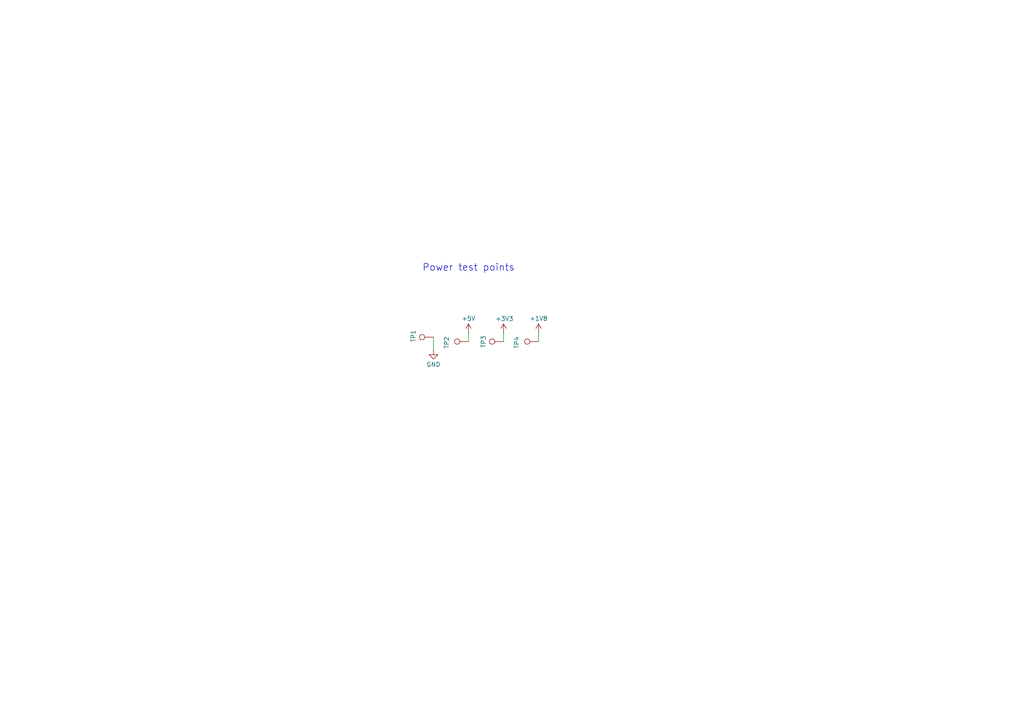
<source format=kicad_sch>
(kicad_sch (version 20231120) (generator "eeschema") (generator_version "8.0")
  (paper "A4")
  (title_block (title "Test Points") (date "2024-05-30") (rev "0.2.0"))
  (lib_symbols
    (symbol "Connector:TestPoint" (pin_numbers hide) (pin_names (offset 0.762) hide)
      (property "Reference" "TP" (at 0 6.858 0))
      (property "Value" "TestPoint" (at 0 5.08 0))
      (symbol "TestPoint_0_1"
        (circle (center 0 3.302) (radius 0.762))
      )
      (symbol "TestPoint_1_1"
        (pin passive line (at 0 0 90) (length 2.54) (name "1") (number "1"))
      )
    )
    (symbol "power:+1V8" (power) (pin_numbers hide) (pin_names (offset 0) hide)
      (property "Value" "+1V8" (at 0 3.556 0))
      (symbol "+1V8_0_1"
        (polyline (pts (xy -0.762 1.27) (xy 0 2.54)))
        (polyline (pts (xy 0 0) (xy 0 2.54)))
        (polyline (pts (xy 0 2.54) (xy 0.762 1.27)))
      )
      (symbol "+1V8_1_1"
        (pin power_in line (at 0 0 90) (length 0) (name "~") (number "1"))
      )
    )
    (symbol "power:+3V3" (power) (pin_numbers hide) (pin_names (offset 0) hide)
      (property "Value" "+3V3" (at 0 3.556 0))
      (symbol "+3V3_0_1"
        (polyline (pts (xy -0.762 1.27) (xy 0 2.54)))
        (polyline (pts (xy 0 0) (xy 0 2.54)))
        (polyline (pts (xy 0 2.54) (xy 0.762 1.27)))
      )
      (symbol "+3V3_1_1"
        (pin power_in line (at 0 0 90) (length 0) (name "~") (number "1"))
      )
    )
    (symbol "power:+5V" (power) (pin_numbers hide) (pin_names (offset 0) hide)
      (property "Value" "+5V" (at 0 3.556 0))
      (symbol "+5V_0_1"
        (polyline (pts (xy -0.762 1.27) (xy 0 2.54)))
        (polyline (pts (xy 0 0) (xy 0 2.54)))
        (polyline (pts (xy 0 2.54) (xy 0.762 1.27)))
      )
      (symbol "+5V_1_1"
        (pin power_in line (at 0 0 90) (length 0) (name "~") (number "1"))
      )
    )
    (symbol "power:GND" (power) (pin_numbers hide) (pin_names (offset 0) hide)
      (property "Value" "GND" (at 0 -3.81 0))
      (symbol "GND_0_1"
        (polyline (pts (xy 0 0) (xy 0 -1.27) (xy 1.27 -1.27) (xy 0 -2.54) (xy -1.27 -1.27) (xy 0 -1.27)))
      )
      (symbol "GND_1_1"
        (pin power_in line (at 0 0 270) (length 0) (name "~") (number "1"))
      )
    )
  )
  (wire (pts (xy 146.05 96.52) (xy 146.05 99.06)))
  (wire (pts (xy 135.89 96.52) (xy 135.89 99.06)))
  (wire (pts (xy 156.21 96.52) (xy 156.21 99.06)))
  (wire (pts (xy 125.73 97.79) (xy 125.73 101.6)))
  (text "Power test points" (at 135.89 77.724 0) (effects (font (size 2 2))))
  (symbol (lib_id "Connector:TestPoint") (at 135.89 99.06 90) (unit 1) (in_bom no)
    (property "Reference" "TP2" (at 129.54 97.536 0) (effects (justify right)))
    (property "Value" "TestPoint" (effects (hide yes)))
    (property "Footprint" "TestPoint:TestPoint_Pad_D2.0mm" (effects (hide yes)))
    (property "Description" "test point" (effects (hide yes)))
  )
  (symbol (lib_id "power:+3V3") (at 146.05 96.52 0) (unit 1)
    (property "Reference" "#PWR111" (effects (hide yes)))
    (property "Value" "+3V3" (at 146.304 92.456 0))
    (property "Description" "Power symbol creates a global label with name \"+3V3\"" (effects (hide yes)))
  )
  (symbol (lib_id "power:+5V") (at 135.89 96.52 0) (unit 1)
    (property "Reference" "#PWR110" (effects (hide yes)))
    (property "Value" "+5V" (at 135.89 92.3869 0))
    (property "Description" "Power symbol creates a global label with name \"+5V\"" (effects (hide yes)))
  )
  (symbol (lib_id "power:+1V8") (at 156.21 96.52 0) (unit 1)
    (property "Reference" "#PWR112" (effects (hide yes)))
    (property "Value" "+1V8" (at 156.21 92.3869 0))
    (property "Description" "Power symbol creates a global label with name \"+1V8\"" (effects (hide yes)))
  )
  (symbol (lib_id "Connector:TestPoint") (at 125.73 97.79 90) (unit 1) (in_bom no)
    (property "Reference" "TP1" (at 119.888 99.314 0) (effects (justify left)))
    (property "Value" "TestPoint" (effects (hide yes)))
    (property "Footprint" "TestPoint:TestPoint_Pad_D2.0mm" (effects (hide yes)))
    (property "Description" "test point" (effects (hide yes)))
  )
  (symbol (lib_id "Connector:TestPoint") (at 146.05 99.06 90) (unit 1) (in_bom no)
    (property "Reference" "TP3" (at 140.208 97.282 0) (effects (justify right)))
    (property "Value" "TestPoint" (effects (hide yes)))
    (property "Footprint" "TestPoint:TestPoint_Pad_D2.0mm" (effects (hide yes)))
    (property "Description" "test point" (effects (hide yes)))
  )
  (symbol (lib_id "Connector:TestPoint") (at 156.21 99.06 90) (unit 1) (in_bom no)
    (property "Reference" "TP4" (at 149.86 97.536 0) (effects (justify right)))
    (property "Value" "TestPoint" (effects (hide yes)))
    (property "Footprint" "TestPoint:TestPoint_Pad_D2.0mm" (effects (hide yes)))
    (property "Description" "test point" (effects (hide yes)))
  )
  (symbol (lib_id "power:GND") (at 125.73 101.6 0) (unit 1)
    (property "Reference" "#PWR109" (effects (hide yes)))
    (property "Value" "GND" (at 125.73 105.7331 0))
    (property "Description" "Power symbol creates a global label with name \"GND\" , ground" (effects (hide yes)))
  )
)
</source>
